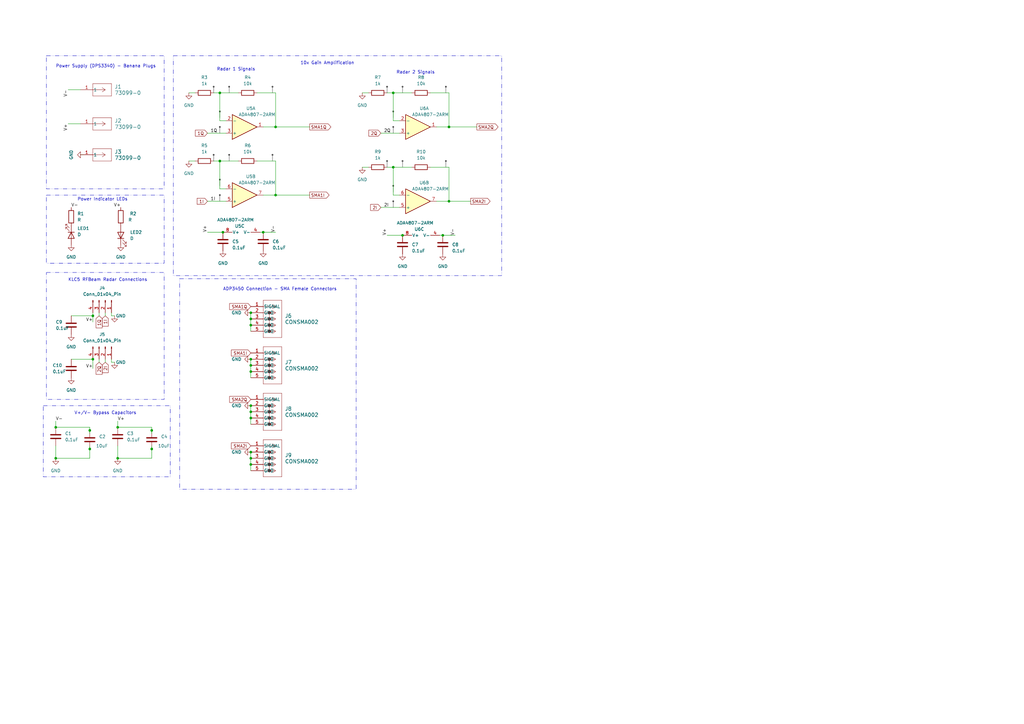
<source format=kicad_sch>
(kicad_sch (version 20230121) (generator eeschema)
  (paper "A3")
  (lib_symbols
    (symbol "73099-0:73099-0" (pin_names (offset 0.254))
      (property "Reference" "J" (at 8.89 6.35 0))
      (property "Value" "73099-0" (at 0 6.35 0))
      (symbol "73099-0_1_1"
        (polyline (pts (xy 5.08 -2.54) (xy 12.7 -2.54)) (stroke (width 0.127)))
        (polyline (pts (xy 5.08 2.54) (xy 5.08 -2.54)) (stroke (width 0.127)))
        (polyline (pts (xy 10.16 0) (xy 5.08 0)) (stroke (width 0.127)))
        (polyline (pts (xy 10.16 0) (xy 8.89 -0.8467)) (stroke (width 0.127)))
        (polyline (pts (xy 10.16 0) (xy 8.89 0.8467)) (stroke (width 0.127)))
        (polyline (pts (xy 12.7 -2.54) (xy 12.7 2.54)) (stroke (width 0.127)))
        (polyline (pts (xy 12.7 2.54) (xy 5.08 2.54)) (stroke (width 0.127)))
        (pin power_out line (at 0 0 0) (length 5.08) (name "1") (number "1"))
      )
      (symbol "73099-0_1_2"
        (polyline (pts (xy 5.08 -2.54) (xy 12.7 -2.54)) (stroke (width 0.127)))
        (polyline (pts (xy 5.08 2.54) (xy 5.08 -2.54)) (stroke (width 0.127)))
        (polyline (pts (xy 7.62 0) (xy 5.08 0)) (stroke (width 0.127)))
        (polyline (pts (xy 7.62 0) (xy 8.89 -0.8467)) (stroke (width 0.127)))
        (polyline (pts (xy 7.62 0) (xy 8.89 0.8467)) (stroke (width 0.127)))
        (polyline (pts (xy 12.7 -2.54) (xy 12.7 2.54)) (stroke (width 0.127)))
        (polyline (pts (xy 12.7 2.54) (xy 5.08 2.54)) (stroke (width 0.127)))
        (pin unspecified line (at 0 0 0) (length 5.08) (name "1") (number "1"))
      )
    )
    (symbol "Amplifier_Operational:ADA4807-2ARM" (pin_names (offset 0.127))
      (property "Reference" "U" (at 0 5.08 0))
      (property "Value" "ADA4807-2ARM" (at 0 -5.08 0))
      (symbol "ADA4807-2ARM_1_1"
        (polyline (pts (xy -5.08 5.08) (xy 5.08 0) (xy -5.08 -5.08) (xy -5.08 5.08)) (stroke (width 0.254)) (fill (type background)))
        (pin output line (at 7.62 0 180) (length 2.54) (name "~") (number "1"))
        (pin input line (at -7.62 -2.54 0) (length 2.54) (name "-") (number "2"))
        (pin input line (at -7.62 2.54 0) (length 2.54) (name "+") (number "3"))
      )
      (symbol "ADA4807-2ARM_2_1"
        (polyline (pts (xy -5.08 5.08) (xy 5.08 0) (xy -5.08 -5.08) (xy -5.08 5.08)) (stroke (width 0.254)) (fill (type background)))
        (pin input line (at -7.62 2.54 0) (length 2.54) (name "+") (number "5"))
        (pin input line (at -7.62 -2.54 0) (length 2.54) (name "-") (number "6"))
        (pin output line (at 7.62 0 180) (length 2.54) (name "~") (number "7"))
      )
      (symbol "ADA4807-2ARM_3_1"
        (pin power_in line (at -2.54 -7.62 90) (length 3.81) (name "V-") (number "4"))
        (pin power_in line (at -2.54 7.62 270) (length 3.81) (name "V+") (number "8"))
      )
    )
    (symbol "CONSMA002:CONSMA002" (pin_names (offset 0.254))
      (property "Reference" "J" (at 8.89 6.35 0))
      (property "Value" "CONSMA002" (at 0 5.08 0))
      (symbol "CONSMA002_1_1"
        (polyline (pts (xy 5.08 -12.7) (xy 12.7 -12.7)) (stroke (width 0.127)))
        (polyline (pts (xy 5.08 2.54) (xy 5.08 -12.7)) (stroke (width 0.127)))
        (polyline (pts (xy 7.62 -2.54) (xy 7.62 -10.16)) (stroke (width 0.127)))
        (polyline (pts (xy 10.16 -10.16) (xy 5.08 -10.16)) (stroke (width 0.127)))
        (polyline (pts (xy 10.16 -10.16) (xy 8.89 -11.0067)) (stroke (width 0.127)))
        (polyline (pts (xy 10.16 -10.16) (xy 8.89 -9.3133)) (stroke (width 0.127)))
        (polyline (pts (xy 10.16 -7.62) (xy 5.08 -7.62)) (stroke (width 0.127)))
        (polyline (pts (xy 10.16 -7.62) (xy 8.89 -8.4667)) (stroke (width 0.127)))
        (polyline (pts (xy 10.16 -7.62) (xy 8.89 -6.7733)) (stroke (width 0.127)))
        (polyline (pts (xy 10.16 -5.08) (xy 5.08 -5.08)) (stroke (width 0.127)))
        (polyline (pts (xy 10.16 -5.08) (xy 8.89 -5.9267)) (stroke (width 0.127)))
        (polyline (pts (xy 10.16 -5.08) (xy 8.89 -4.2333)) (stroke (width 0.127)))
        (polyline (pts (xy 10.16 -2.54) (xy 5.08 -2.54)) (stroke (width 0.127)))
        (polyline (pts (xy 10.16 -2.54) (xy 8.89 -3.3867)) (stroke (width 0.127)))
        (polyline (pts (xy 10.16 -2.54) (xy 8.89 -1.6933)) (stroke (width 0.127)))
        (polyline (pts (xy 10.16 0) (xy 5.08 0)) (stroke (width 0.127)))
        (polyline (pts (xy 10.16 0) (xy 8.89 -0.8467)) (stroke (width 0.127)))
        (polyline (pts (xy 10.16 0) (xy 8.89 0.8467)) (stroke (width 0.127)))
        (polyline (pts (xy 12.7 -12.7) (xy 12.7 2.54)) (stroke (width 0.127)))
        (polyline (pts (xy 12.7 2.54) (xy 5.08 2.54)) (stroke (width 0.127)))
        (circle (center 7.62 -10.16) (radius 0.127) (stroke (width 0.508)))
        (circle (center 7.62 -7.62) (radius 0.127) (stroke (width 0.508)))
        (circle (center 7.62 -5.08) (radius 0.127) (stroke (width 0.508)))
        (circle (center 7.62 -2.54) (radius 0.127) (stroke (width 0.508)))
        (pin input line (at 0 0 0) (length 5.08) (name "SIGNAL") (number "1"))
        (pin power_in line (at 0 -2.54 0) (length 5.08) (name "GND") (number "2"))
        (pin power_in line (at 0 -5.08 0) (length 5.08) (name "GND") (number "3"))
        (pin power_in line (at 0 -7.62 0) (length 5.08) (name "GND") (number "4"))
        (pin power_in line (at 0 -10.16 0) (length 5.08) (name "GND") (number "5"))
      )
      (symbol "CONSMA002_1_2"
        (polyline (pts (xy 5.08 -12.7) (xy 12.7 -12.7)) (stroke (width 0.127)))
        (polyline (pts (xy 5.08 2.54) (xy 5.08 -12.7)) (stroke (width 0.127)))
        (polyline (pts (xy 6.35 -2.54) (xy 6.35 -10.16)) (stroke (width 0.127)))
        (polyline (pts (xy 7.62 -10.16) (xy 5.08 -10.16)) (stroke (width 0.127)))
        (polyline (pts (xy 7.62 -10.16) (xy 8.89 -11.0067)) (stroke (width 0.127)))
        (polyline (pts (xy 7.62 -10.16) (xy 8.89 -9.3133)) (stroke (width 0.127)))
        (polyline (pts (xy 7.62 -7.62) (xy 5.08 -7.62)) (stroke (width 0.127)))
        (polyline (pts (xy 7.62 -7.62) (xy 8.89 -8.4667)) (stroke (width 0.127)))
        (polyline (pts (xy 7.62 -7.62) (xy 8.89 -6.7733)) (stroke (width 0.127)))
        (polyline (pts (xy 7.62 -5.08) (xy 5.08 -5.08)) (stroke (width 0.127)))
        (polyline (pts (xy 7.62 -5.08) (xy 8.89 -5.9267)) (stroke (width 0.127)))
        (polyline (pts (xy 7.62 -5.08) (xy 8.89 -4.2333)) (stroke (width 0.127)))
        (polyline (pts (xy 7.62 -2.54) (xy 5.08 -2.54)) (stroke (width 0.127)))
        (polyline (pts (xy 7.62 -2.54) (xy 8.89 -3.3867)) (stroke (width 0.127)))
        (polyline (pts (xy 7.62 -2.54) (xy 8.89 -1.6933)) (stroke (width 0.127)))
        (polyline (pts (xy 7.62 0) (xy 5.08 0)) (stroke (width 0.127)))
        (polyline (pts (xy 7.62 0) (xy 8.89 -0.8467)) (stroke (width 0.127)))
        (polyline (pts (xy 7.62 0) (xy 8.89 0.8467)) (stroke (width 0.127)))
        (polyline (pts (xy 12.7 -12.7) (xy 12.7 2.54)) (stroke (width 0.127)))
        (polyline (pts (xy 12.7 2.54) (xy 5.08 2.54)) (stroke (width 0.127)))
        (circle (center 6.35 -10.16) (radius 0.127) (stroke (width 0.508)))
        (circle (center 6.35 -7.62) (radius 0.127) (stroke (width 0.508)))
        (circle (center 6.35 -5.08) (radius 0.127) (stroke (width 0.508)))
        (circle (center 6.35 -2.54) (radius 0.127) (stroke (width 0.508)))
        (pin unspecified line (at 0 0 0) (length 5.08) (name "SIGNAL") (number "1"))
        (pin unspecified line (at 0 -2.54 0) (length 5.08) (name "GND") (number "2"))
        (pin unspecified line (at 0 -5.08 0) (length 5.08) (name "GND") (number "3"))
        (pin unspecified line (at 0 -7.62 0) (length 5.08) (name "GND") (number "4"))
        (pin unspecified line (at 0 -10.16 0) (length 5.08) (name "GND") (number "5"))
      )
    )
    (symbol "Connector:Conn_01x04_Pin" (pin_names (offset 1.016) hide)
      (property "Reference" "J" (at 0 5.08 0))
      (property "Value" "Conn_01x04_Pin" (at 0 -7.62 0))
      (symbol "Conn_01x04_Pin_1_1"
        (polyline (pts (xy 1.27 -5.08) (xy 0.8636 -5.08)) (stroke (width 0.1524)))
        (polyline (pts (xy 1.27 -2.54) (xy 0.8636 -2.54)) (stroke (width 0.1524)))
        (polyline (pts (xy 1.27 0) (xy 0.8636 0)) (stroke (width 0.1524)))
        (polyline (pts (xy 1.27 2.54) (xy 0.8636 2.54)) (stroke (width 0.1524)))
        (rectangle (start 0.8636 -4.953) (end 0 -5.207) (stroke (width 0.1524)) (fill (type outline)))
        (rectangle (start 0.8636 -2.413) (end 0 -2.667) (stroke (width 0.1524)) (fill (type outline)))
        (rectangle (start 0.8636 0.127) (end 0 -0.127) (stroke (width 0.1524)) (fill (type outline)))
        (rectangle (start 0.8636 2.667) (end 0 2.413) (stroke (width 0.1524)) (fill (type outline)))
        (pin passive line (at 5.08 2.54 180) (length 3.81) (name "Pin_1") (number "1"))
        (pin passive line (at 5.08 0 180) (length 3.81) (name "Pin_2") (number "2"))
        (pin passive line (at 5.08 -2.54 180) (length 3.81) (name "Pin_3") (number "3"))
        (pin passive line (at 5.08 -5.08 180) (length 3.81) (name "Pin_4") (number "4"))
      )
    )
    (symbol "Device:C" (pin_numbers hide) (pin_names (offset 0.254))
      (property "Reference" "C" (at 0.635 2.54 0))
      (property "Value" "C" (at 0.635 -2.54 0))
      (symbol "C_0_1"
        (polyline (pts (xy -2.032 -0.762) (xy 2.032 -0.762)) (stroke (width 0.508)))
        (polyline (pts (xy -2.032 0.762) (xy 2.032 0.762)) (stroke (width 0.508)))
      )
      (symbol "C_1_1"
        (pin passive line (at 0 3.81 270) (length 2.794) (name "~") (number "1"))
        (pin passive line (at 0 -3.81 90) (length 2.794) (name "~") (number "2"))
      )
    )
    (symbol "Device:LED" (pin_numbers hide) (pin_names (offset 1.016) hide)
      (property "Reference" "D" (at 0 2.54 0))
      (property "Value" "LED" (at 0 -2.54 0))
      (symbol "LED_0_1"
        (polyline (pts (xy -1.27 -1.27) (xy -1.27 1.27)) (stroke (width 0.254)))
        (polyline (pts (xy -1.27 0) (xy 1.27 0)))
        (polyline (pts (xy 1.27 -1.27) (xy 1.27 1.27) (xy -1.27 0) (xy 1.27 -1.27)) (stroke (width 0.254)))
        (polyline (pts (xy -3.048 -0.762) (xy -4.572 -2.286) (xy -3.81 -2.286) (xy -4.572 -2.286) (xy -4.572 -1.524)))
        (polyline (pts (xy -1.778 -0.762) (xy -3.302 -2.286) (xy -2.54 -2.286) (xy -3.302 -2.286) (xy -3.302 -1.524)))
      )
      (symbol "LED_1_1"
        (pin passive line (at -3.81 0 0) (length 2.54) (name "K") (number "1"))
        (pin passive line (at 3.81 0 180) (length 2.54) (name "A") (number "2"))
      )
    )
    (symbol "Device:R" (pin_numbers hide) (pin_names (offset 0))
      (property "Reference" "R" (at 2.032 0 90))
      (property "Value" "R" (at 0 0 90))
      (symbol "R_0_1"
        (rectangle (start -1.016 -2.54) (end 1.016 2.54) (stroke (width 0.254)))
      )
      (symbol "R_1_1"
        (pin passive line (at 0 3.81 270) (length 1.27) (name "~") (number "1"))
        (pin passive line (at 0 -3.81 90) (length 1.27) (name "~") (number "2"))
      )
    )
    (symbol "power:GND" (power) (pin_names (offset 0))
      (property "Value" "GND" (at 0 -3.81 0))
      (symbol "GND_0_1"
        (polyline (pts (xy 0 0) (xy 0 -1.27) (xy 1.27 -1.27) (xy 0 -2.54) (xy -1.27 -1.27) (xy 0 -1.27)))
      )
      (symbol "GND_1_1"
        (pin power_in line (at 0 0 270) (length 0) hide (name "GND") (number "1"))
      )
    )
  )
  (junction (at 90.17 38.1))
  (junction (at 161.29 38.1))
  (junction (at 107.95 95.25))
  (junction (at 113.03 52.07))
  (junction (at 38.1 129.54))
  (junction (at 102.87 187.96))
  (junction (at 90.17 66.04))
  (junction (at 36.83 176.53))
  (junction (at 102.87 149.86))
  (junction (at 184.15 82.55))
  (junction (at 102.87 168.91))
  (junction (at 102.87 171.45))
  (junction (at 102.87 147.32))
  (junction (at 102.87 133.35))
  (junction (at 102.87 166.37))
  (junction (at 113.03 80.01))
  (junction (at 102.87 190.5))
  (junction (at 91.44 95.25))
  (junction (at 62.23 176.53))
  (junction (at 38.1 147.32))
  (junction (at 102.87 152.4))
  (junction (at 36.83 184.15))
  (junction (at 102.87 185.42))
  (junction (at 102.87 128.27))
  (junction (at 102.87 130.81))
  (junction (at 22.86 187.96))
  (junction (at 165.1 96.52))
  (junction (at 184.15 52.07))
  (junction (at 48.26 175.26))
  (junction (at 181.61 96.52))
  (junction (at 48.26 187.96))
  (junction (at 161.29 68.58))
  (junction (at 22.86 175.26))
  (junction (at 62.23 184.15))
  (wire (pts (xy 102.87 133.35) (xy 102.87 135.89)))
  (wire (pts (xy 107.95 52.07) (xy 113.03 52.07)))
  (wire (pts (xy 38.1 147.32) (xy 38.1 151.13)))
  (wire (pts (xy 102.87 190.5) (xy 102.87 193.04)))
  (wire (pts (xy 184.15 38.1) (xy 184.15 52.07)))
  (wire (pts (xy 43.18 148.59) (xy 43.18 147.32)))
  (wire (pts (xy 34.29 63.5) (xy 33.02 63.5)))
  (wire (pts (xy 36.83 175.26) (xy 36.83 176.53)))
  (wire (pts (xy 22.86 187.96) (xy 22.86 182.88)))
  (wire (pts (xy 113.03 80.01) (xy 127 80.01)))
  (wire (pts (xy 158.75 96.52) (xy 165.1 96.52)))
  (wire (pts (xy 102.87 147.32) (xy 102.87 149.86)))
  (wire (pts (xy 107.95 80.01) (xy 113.03 80.01)))
  (wire (pts (xy 45.72 148.59) (xy 45.72 147.32)))
  (wire (pts (xy 48.26 187.96) (xy 48.26 182.88)))
  (wire (pts (xy 87.63 38.1) (xy 90.17 38.1)))
  (wire (pts (xy 106.68 95.25) (xy 107.95 95.25)))
  (wire (pts (xy 113.03 38.1) (xy 113.03 52.07)))
  (wire (pts (xy 90.17 38.1) (xy 90.17 49.53)))
  (wire (pts (xy 22.86 172.72) (xy 22.86 175.26)))
  (wire (pts (xy 161.29 38.1) (xy 161.29 49.53)))
  (wire (pts (xy 180.34 96.52) (xy 181.61 96.52)))
  (wire (pts (xy 45.72 129.54) (xy 45.72 128.27)))
  (wire (pts (xy 85.09 95.25) (xy 91.44 95.25)))
  (wire (pts (xy 36.83 176.53) (xy 36.83 177.8)))
  (wire (pts (xy 80.01 38.1) (xy 77.47 38.1)))
  (wire (pts (xy 62.23 184.15) (xy 62.23 187.96)))
  (wire (pts (xy 102.87 152.4) (xy 102.87 154.94)))
  (wire (pts (xy 36.83 184.15) (xy 36.83 187.96)))
  (wire (pts (xy 113.03 66.04) (xy 113.03 80.01)))
  (wire (pts (xy 156.21 54.61) (xy 163.83 54.61)))
  (wire (pts (xy 176.53 38.1) (xy 184.15 38.1)))
  (wire (pts (xy 105.41 38.1) (xy 113.03 38.1)))
  (wire (pts (xy 40.64 148.59) (xy 40.64 147.32)))
  (wire (pts (xy 102.87 168.91) (xy 102.87 171.45)))
  (wire (pts (xy 151.13 68.58) (xy 148.59 68.58)))
  (wire (pts (xy 102.87 185.42) (xy 102.87 187.96)))
  (wire (pts (xy 29.21 147.32) (xy 38.1 147.32)))
  (wire (pts (xy 151.13 38.1) (xy 148.59 38.1)))
  (wire (pts (xy 113.03 52.07) (xy 127 52.07)))
  (wire (pts (xy 48.26 172.72) (xy 48.26 175.26)))
  (wire (pts (xy 90.17 38.1) (xy 97.79 38.1)))
  (wire (pts (xy 179.07 82.55) (xy 184.15 82.55)))
  (wire (pts (xy 22.86 175.26) (xy 36.83 175.26)))
  (wire (pts (xy 33.02 50.8) (xy 27.94 50.8)))
  (wire (pts (xy 62.23 176.53) (xy 62.23 177.8)))
  (wire (pts (xy 62.23 182.88) (xy 62.23 184.15)))
  (wire (pts (xy 158.75 68.58) (xy 161.29 68.58)))
  (wire (pts (xy 102.87 149.86) (xy 102.87 152.4)))
  (wire (pts (xy 22.86 187.96) (xy 36.83 187.96)))
  (wire (pts (xy 102.87 171.45) (xy 102.87 173.99)))
  (wire (pts (xy 163.83 49.53) (xy 161.29 49.53)))
  (wire (pts (xy 102.87 128.27) (xy 102.87 130.81)))
  (wire (pts (xy 102.87 187.96) (xy 102.87 190.5)))
  (wire (pts (xy 38.1 129.54) (xy 38.1 132.08)))
  (wire (pts (xy 33.02 36.83) (xy 27.94 36.83)))
  (wire (pts (xy 156.21 85.09) (xy 163.83 85.09)))
  (wire (pts (xy 161.29 38.1) (xy 168.91 38.1)))
  (wire (pts (xy 46.99 148.59) (xy 45.72 148.59)))
  (wire (pts (xy 36.83 182.88) (xy 36.83 184.15)))
  (wire (pts (xy 102.87 130.81) (xy 102.87 133.35)))
  (wire (pts (xy 29.21 129.54) (xy 38.1 129.54)))
  (wire (pts (xy 161.29 68.58) (xy 168.91 68.58)))
  (wire (pts (xy 184.15 82.55) (xy 193.04 82.55)))
  (wire (pts (xy 62.23 175.26) (xy 62.23 176.53)))
  (wire (pts (xy 48.26 187.96) (xy 62.23 187.96)))
  (wire (pts (xy 158.75 38.1) (xy 161.29 38.1)))
  (wire (pts (xy 48.26 175.26) (xy 62.23 175.26)))
  (wire (pts (xy 85.09 82.55) (xy 92.71 82.55)))
  (wire (pts (xy 87.63 66.04) (xy 90.17 66.04)))
  (wire (pts (xy 181.61 96.52) (xy 186.69 96.52)))
  (wire (pts (xy 176.53 68.58) (xy 184.15 68.58)))
  (wire (pts (xy 85.09 54.61) (xy 92.71 54.61)))
  (wire (pts (xy 43.18 129.54) (xy 43.18 128.27)))
  (wire (pts (xy 80.01 66.04) (xy 77.47 66.04)))
  (wire (pts (xy 161.29 68.58) (xy 161.29 80.01)))
  (wire (pts (xy 102.87 166.37) (xy 102.87 168.91)))
  (wire (pts (xy 92.71 49.53) (xy 90.17 49.53)))
  (wire (pts (xy 92.71 77.47) (xy 90.17 77.47)))
  (wire (pts (xy 179.07 52.07) (xy 184.15 52.07)))
  (wire (pts (xy 105.41 66.04) (xy 113.03 66.04)))
  (wire (pts (xy 184.15 68.58) (xy 184.15 82.55)))
  (wire (pts (xy 46.99 129.54) (xy 45.72 129.54)))
  (wire (pts (xy 40.64 129.54) (xy 40.64 128.27)))
  (wire (pts (xy 107.95 95.25) (xy 113.03 95.25)))
  (wire (pts (xy 38.1 128.27) (xy 38.1 129.54)))
  (wire (pts (xy 184.15 52.07) (xy 195.58 52.07)))
  (wire (pts (xy 90.17 66.04) (xy 90.17 77.47)))
  (wire (pts (xy 163.83 80.01) (xy 161.29 80.01)))
  (wire (pts (xy 90.17 66.04) (xy 97.79 66.04)))
  (rectangle (start 19.05 22.86) (end 67.31 77.47) (stroke (width 0) (type dash_dot_dot)))
  (rectangle (start 73.66 114.3) (end 146.05 200.66) (stroke (width 0) (type dash_dot_dot)))
  (rectangle (start 71.12 22.86) (end 205.74 113.03) (stroke (width 0) (type dash_dot_dot)))
  (rectangle (start 17.78 166.37) (end 69.85 195.58) (stroke (width 0) (type dash_dot_dot)))
  (rectangle (start 19.05 80.01) (end 67.31 107.95) (stroke (width 0) (type dash_dot_dot)))
  (rectangle (start 19.05 111.76) (end 67.31 163.83) (stroke (width 0) (type dash_dot_dot)))
  (text "Power Supply (DPS3340) - Banana Plugs" (at 22.86 27.94 0) (effects (font (size 1.27 1.27)) (justify left bottom)))
  (text "Radar 2 Signals" (at 162.56 30.48 0) (effects (font (size 1.27 1.27)) (justify left bottom)))
  (text "ADP3450 Connection - SMA Female Connectors" (at 91.44 119.38 0) (effects (font (size 1.27 1.27)) (justify left bottom)))
  (text "Radar 1 Signals" (at 88.9 29.21 0) (effects (font (size 1.27 1.27)) (justify left bottom)))
  (text "Power Indicator LEDs" (at 31.75 82.55 0) (effects (font (size 1.27 1.27)) (justify left bottom)))
  (text "V+/V- Bypass Capacitors" (at 30.48 170.18 0) (effects (font (size 1.27 1.27)) (justify left bottom)))
  (text "10x Gain Amplification" (at 123.19 26.67 0) (effects (font (size 1.27 1.27)) (justify left bottom)))
  (text "KLC5 RFBeam Radar Connections" (at 27.94 115.57 0) (effects (font (size 1.27 1.27)) (justify left bottom)))
  (label "V+" (at 38.1 151.13 180))
  (label "V-" (at 22.86 172.72 0))
  (label "1I" (at 86.36 82.55 0))
  (label "1Q" (at 86.36 54.61 0))
  (label "V+" (at 49.53 85.09 180))
  (label "V-" (at 186.69 96.52 90))
  (label "V+" (at 27.94 50.8 270))
  (label "V+" (at 85.09 95.25 90))
  (label "V+" (at 48.26 172.72 0))
  (label "2Q" (at 157.48 54.61 0))
  (label "V-" (at 27.94 36.83 270))
  (label "V+" (at 158.75 96.52 90))
  (label "2I" (at 157.48 85.09 0))
  (label "V+" (at 38.1 132.08 180))
  (label "V-" (at 113.03 95.25 90))
  (label "V-" (at 29.21 85.09 0))
  (global_label "SMA1Q" (shape output) (at 127 52.07 0) (property "Intersheetrefs" "${INTERSHEET_REFS}" (effects hide)))
  (global_label "1I" (shape input) (at 85.09 82.55 180) (property "Intersheetrefs" "${INTERSHEET_REFS}" (effects hide)))
  (global_label "SMA2I" (shape input) (at 102.87 182.88 180) (property "Intersheetrefs" "${INTERSHEET_REFS}" (effects hide)))
  (global_label "SMA1I" (shape output) (at 127 80.01 0) (property "Intersheetrefs" "${INTERSHEET_REFS}" (effects hide)))
  (global_label "1Q" (shape input) (at 85.09 54.61 180) (property "Intersheetrefs" "${INTERSHEET_REFS}" (effects hide)))
  (global_label "SMA2Q" (shape output) (at 195.58 52.07 0) (property "Intersheetrefs" "${INTERSHEET_REFS}" (effects hide)))
  (global_label "2Q" (shape input) (at 156.21 54.61 180) (property "Intersheetrefs" "${INTERSHEET_REFS}" (effects hide)))
  (global_label "SMA1Q" (shape input) (at 102.87 125.73 180) (property "Intersheetrefs" "${INTERSHEET_REFS}" (effects hide)))
  (global_label "SMA2Q" (shape input) (at 102.87 163.83 180) (property "Intersheetrefs" "${INTERSHEET_REFS}" (effects hide)))
  (global_label "2Q" (shape input) (at 40.64 148.59 270) (property "Intersheetrefs" "${INTERSHEET_REFS}" (effects hide)))
  (global_label "2I" (shape input) (at 156.21 85.09 180) (property "Intersheetrefs" "${INTERSHEET_REFS}" (effects hide)))
  (global_label "1I" (shape input) (at 43.18 129.54 270) (property "Intersheetrefs" "${INTERSHEET_REFS}" (effects hide)))
  (global_label "SMA2I" (shape output) (at 193.04 82.55 0) (property "Intersheetrefs" "${INTERSHEET_REFS}" (effects hide)))
  (global_label "SMA1I" (shape input) (at 102.87 144.78 180) (property "Intersheetrefs" "${INTERSHEET_REFS}" (effects hide)))
  (global_label "2I" (shape input) (at 43.18 148.59 270) (property "Intersheetrefs" "${INTERSHEET_REFS}" (effects hide)))
  (global_label "1Q" (shape input) (at 40.64 129.54 270) (property "Intersheetrefs" "${INTERSHEET_REFS}" (effects hide)))
  (netclass_flag "" (length 2.54) (shape dot) (at 111.76 38.1 0) (property "Netclass" "signal" (effects hide)))
  (netclass_flag "" (length 2.54) (shape dot) (at 161.29 54.61 0) (property "Netclass" "signal" (effects hide)))
  (netclass_flag "" (length 2.54) (shape dot) (at 87.63 66.04 0) (property "Netclass" "signal" (effects hide)))
  (netclass_flag "" (length 2.54) (shape dot) (at 90.17 48.26 0) (property "Netclass" "signal" (effects hide)))
  (netclass_flag "" (length 2.54) (shape dot) (at 182.88 38.1 0) (property "Netclass" "signal" (effects hide)))
  (netclass_flag "" (length 2.54) (shape dot) (at 165.1 68.58 0) (property "Netclass" "signal" (effects hide)))
  (netclass_flag "" (length 2.54) (shape dot) (at 93.98 38.1 0) (property "Netclass" "signal" (effects hide)))
  (netclass_flag "" (length 2.54) (shape dot) (at 158.75 38.1 0) (property "Netclass" "signal" (effects hide)))
  (netclass_flag "" (length 2.54) (shape dot) (at 161.29 48.26 0) (property "Netclass" "signal" (effects hide)))
  (netclass_flag "" (length 2.54) (shape dot) (at 161.29 78.74 0) (property "Netclass" "signal" (effects hide)))
  (netclass_flag "" (length 2.54) (shape dot) (at 165.1 38.1 0) (property "Netclass" "signal" (effects hide)))
  (netclass_flag "" (length 2.54) (shape dot) (at 161.29 85.09 0) (property "Netclass" "signal" (effects hide)))
  (netclass_flag "" (length 2.54) (shape dot) (at 158.75 68.58 0) (property "Netclass" "signal" (effects hide)))
  (netclass_flag "" (length 2.54) (shape dot) (at 90.17 54.61 0) (property "Netclass" "signal" (effects hide)))
  (netclass_flag "" (length 2.54) (shape dot) (at 93.98 66.04 0) (property "Netclass" "signal" (effects hide)))
  (netclass_flag "" (length 2.54) (shape dot) (at 90.17 76.2 0) (property "Netclass" "signal" (effects hide)))
  (netclass_flag "" (length 2.54) (shape dot) (at 87.63 38.1 0) (property "Netclass" "signal" (effects hide)))
  (netclass_flag "" (length 2.54) (shape dot) (at 182.88 68.58 0) (property "Netclass" "signal" (effects hide)))
  (netclass_flag "" (length 2.54) (shape dot) (at 90.17 82.55 0) (property "Netclass" "signal" (effects hide)))
  (netclass_flag "" (length 2.54) (shape dot) (at 111.76 66.04 0) (property "Netclass" "signal" (effects hide)))
  (symbol (lib_id "power:GND") (at 29.21 137.16 0) (unit 1)
    (property "Reference" "#PWR012" (effects hide))
    (property "Value" "GND" (at 29.21 142.24 0))
  )
  (symbol (lib_id "CONSMA002:CONSMA002") (at 102.87 144.78 0) (unit 1)
    (property "Reference" "J7" (at 116.84 148.59 0) (effects (font (size 1.524 1.524)) (justify left)))
    (property "Value" "CONSMA002" (at 116.84 151.13 0) (effects (font (size 1.524 1.524)) (justify left)))
    (property "Footprint" "0731000115:COAX4GND_731000115_MOL" (effects hide))
    (property "Datasheet" "CONSMA002" (effects hide))
  )
  (symbol (lib_id "power:GND") (at 148.59 38.1 0) (unit 1)
    (property "Reference" "#PWR016" (effects hide))
    (property "Value" "GND" (at 148.59 43.18 0))
  )
  (symbol (lib_id "power:GND") (at 148.59 68.58 0) (unit 1)
    (property "Reference" "#PWR017" (effects hide))
    (property "Value" "GND" (at 148.59 73.66 0))
  )
  (symbol (lib_id "Device:C") (at 165.1 100.33 0) (unit 1)
    (property "Reference" "C7" (at 168.91 100.33 0) (effects (justify left)))
    (property "Value" "0.1uF" (at 168.91 102.87 0) (effects (justify left)))
    (property "Footprint" "Capacitor_SMD:C_0805_2012Metric_Pad1.18x1.45mm_HandSolder" (effects hide))
  )
  (symbol (lib_id "Device:LED") (at 49.53 96.52 90) (unit 1)
    (property "Reference" "LED2" (at 53.34 95.25 90) (effects (justify right)))
    (property "Value" "D" (at 53.34 97.79 90) (effects (justify right)))
    (property "Footprint" "Resistor_SMD:R_0805_2012Metric_Pad1.20x1.40mm_HandSolder" (effects hide))
  )
  (symbol (lib_id "Device:R") (at 83.82 66.04 90) (unit 1)
    (property "Reference" "R5" (at 83.82 59.69 90))
    (property "Value" "1k" (at 83.82 62.23 90))
    (property "Footprint" "Resistor_SMD:R_0805_2012Metric_Pad1.20x1.40mm_HandSolder" (effects hide))
  )
  (symbol (lib_id "power:GND") (at 29.21 100.33 0) (unit 1)
    (property "Reference" "#PWR02" (effects hide))
    (property "Value" "GND" (at 29.21 105.41 0))
  )
  (symbol (lib_id "Device:C") (at 91.44 99.06 0) (unit 1)
    (property "Reference" "C5" (at 95.25 99.06 0) (effects (justify left)))
    (property "Value" "0.1uF" (at 95.25 101.6 0) (effects (justify left)))
    (property "Footprint" "Capacitor_SMD:C_0805_2012Metric_Pad1.18x1.45mm_HandSolder" (effects hide))
  )
  (symbol (lib_id "power:GND") (at 102.87 166.37 270) (unit 1)
    (property "Reference" "#PWR022" (effects hide))
    (property "Value" "GND" (at 99.06 166.37 90) (effects (justify right)))
  )
  (symbol (lib_id "Device:R") (at 101.6 38.1 90) (unit 1)
    (property "Reference" "R4" (at 101.6 31.75 90))
    (property "Value" "10k" (at 101.6 34.29 90))
    (property "Footprint" "Resistor_SMD:R_0805_2012Metric_Pad1.20x1.40mm_HandSolder" (effects hide))
  )
  (symbol (lib_id "Device:R") (at 172.72 68.58 90) (unit 1)
    (property "Reference" "R10" (at 172.72 62.23 90))
    (property "Value" "10k" (at 172.72 64.77 90))
    (property "Footprint" "Resistor_SMD:R_0805_2012Metric_Pad1.20x1.40mm_HandSolder" (effects hide))
  )
  (symbol (lib_id "73099-0:73099-0") (at 33.02 36.83 0) (unit 1)
    (property "Reference" "J1" (at 46.99 35.56 0) (effects (font (size 1.524 1.524)) (justify left)))
    (property "Value" "73099-0" (at 46.99 38.1 0) (effects (font (size 1.524 1.524)) (justify left)))
    (property "Footprint" "73099:CONN_73099-0_POM" (effects hide))
    (property "Datasheet" "73099-0" (effects hide))
  )
  (symbol (lib_id "Amplifier_Operational:ADA4807-2ARM") (at 172.72 93.98 90) (unit 3)
    (property "Reference" "U6" (at 173.99 93.98 90) (effects (justify left)))
    (property "Value" "ADA4807-2ARM" (at 177.8 91.44 90) (effects (justify left)))
    (property "Footprint" "Package_SO:MSOP-8_3x3mm_P0.65mm" (effects hide))
    (property "Datasheet" "https://www.analog.com/media/en/technical-documentation/data-sheets/ADA4807-1_4807-2_4807-4.pdf" (effects hide))
  )
  (symbol (lib_id "Device:R") (at 29.21 88.9 180) (unit 1)
    (property "Reference" "R1" (at 31.75 87.63 0) (effects (justify right)))
    (property "Value" "R" (at 31.75 90.17 0) (effects (justify right)))
    (property "Footprint" "Resistor_SMD:R_0805_2012Metric_Pad1.20x1.40mm_HandSolder" (effects hide))
  )
  (symbol (lib_id "Device:C") (at 62.23 180.34 0) (unit 1)
    (property "Reference" "C4" (at 66.04 179.07 0) (effects (justify left)))
    (property "Value" "10uF" (at 64.77 182.88 0) (effects (justify left)))
    (property "Footprint" "Capacitor_SMD:C_0805_2012Metric_Pad1.18x1.45mm_HandSolder" (effects hide))
  )
  (symbol (lib_id "Device:R") (at 83.82 38.1 90) (unit 1)
    (property "Reference" "R3" (at 83.82 31.75 90))
    (property "Value" "1k" (at 83.82 34.29 90))
    (property "Footprint" "Resistor_SMD:R_0805_2012Metric_Pad1.20x1.40mm_HandSolder" (effects hide))
  )
  (symbol (lib_id "power:GND") (at 102.87 128.27 270) (unit 1)
    (property "Reference" "#PWR020" (effects hide))
    (property "Value" "GND" (at 99.06 128.27 90) (effects (justify right)))
  )
  (symbol (lib_id "Amplifier_Operational:ADA4807-2ARM") (at 99.06 92.71 90) (unit 3)
    (property "Reference" "U5" (at 100.33 92.71 90) (effects (justify left)))
    (property "Value" "ADA4807-2ARM" (at 104.14 90.17 90) (effects (justify left)))
    (property "Footprint" "Package_SO:MSOP-8_3x3mm_P0.65mm" (effects hide))
    (property "Datasheet" "https://www.analog.com/media/en/technical-documentation/data-sheets/ADA4807-1_4807-2_4807-4.pdf" (effects hide))
  )
  (symbol (lib_id "power:GND") (at 102.87 185.42 270) (unit 1)
    (property "Reference" "#PWR023" (effects hide))
    (property "Value" "GND" (at 99.06 185.42 90) (effects (justify right)))
  )
  (symbol (lib_id "Connector:Conn_01x04_Pin") (at 43.18 123.19 270) (unit 1)
    (property "Reference" "J4" (at 41.91 118.11 90))
    (property "Value" "Conn_01x04_Pin" (at 41.91 120.65 90))
    (property "Footprint" "Connector_PinHeader_2.54mm:PinHeader_1x04_P2.54mm_Horizontal" (effects hide))
  )
  (symbol (lib_id "power:GND") (at 91.44 102.87 0) (unit 1)
    (property "Reference" "#PWR010" (effects hide))
    (property "Value" "GND" (at 91.44 107.95 0))
  )
  (symbol (lib_id "Device:C") (at 181.61 100.33 0) (unit 1)
    (property "Reference" "C8" (at 185.42 100.33 0) (effects (justify left)))
    (property "Value" "0.1uF" (at 185.42 102.87 0) (effects (justify left)))
    (property "Footprint" "Capacitor_SMD:C_0805_2012Metric_Pad1.18x1.45mm_HandSolder" (effects hide))
  )
  (symbol (lib_id "CONSMA002:CONSMA002") (at 102.87 125.73 0) (unit 1)
    (property "Reference" "J6" (at 116.84 129.54 0) (effects (font (size 1.524 1.524)) (justify left)))
    (property "Value" "CONSMA002" (at 116.84 132.08 0) (effects (font (size 1.524 1.524)) (justify left)))
    (property "Footprint" "0731000115:COAX4GND_731000115_MOL" (effects hide))
    (property "Datasheet" "CONSMA002" (effects hide))
  )
  (symbol (lib_id "Device:R") (at 172.72 38.1 90) (unit 1)
    (property "Reference" "R8" (at 172.72 31.75 90))
    (property "Value" "10k" (at 172.72 34.29 90))
    (property "Footprint" "Resistor_SMD:R_0805_2012Metric_Pad1.20x1.40mm_HandSolder" (effects hide))
  )
  (symbol (lib_id "CONSMA002:CONSMA002") (at 102.87 182.88 0) (unit 1)
    (property "Reference" "J9" (at 116.84 186.69 0) (effects (font (size 1.524 1.524)) (justify left)))
    (property "Value" "CONSMA002" (at 116.84 189.23 0) (effects (font (size 1.524 1.524)) (justify left)))
    (property "Footprint" "0731000115:COAX4GND_731000115_MOL" (effects hide))
    (property "Datasheet" "CONSMA002" (effects hide))
  )
  (symbol (lib_id "Device:R") (at 49.53 88.9 0) (unit 1)
    (property "Reference" "R2" (at 54.61 87.63 0))
    (property "Value" "R" (at 53.34 90.17 0))
    (property "Footprint" "Resistor_SMD:R_0805_2012Metric_Pad1.20x1.40mm_HandSolder" (effects hide))
  )
  (symbol (lib_id "73099-0:73099-0") (at 33.02 63.5 0) (unit 1)
    (property "Reference" "J3" (at 46.99 62.23 0) (effects (font (size 1.524 1.524)) (justify left)))
    (property "Value" "73099-0" (at 46.99 64.77 0) (effects (font (size 1.524 1.524)) (justify left)))
    (property "Footprint" "73099:CONN_73099-0_POM" (effects hide))
    (property "Datasheet" "73099-0" (effects hide))
  )
  (symbol (lib_id "power:GND") (at 46.99 129.54 0) (unit 1)
    (property "Reference" "#PWR04" (effects hide))
    (property "Value" "GND" (at 49.53 129.54 0))
  )
  (symbol (lib_id "Device:C") (at 36.83 180.34 0) (unit 1)
    (property "Reference" "C2" (at 40.64 179.07 0) (effects (justify left)))
    (property "Value" "10uF" (at 39.37 182.88 0) (effects (justify left)))
    (property "Footprint" "Capacitor_SMD:C_0805_2012Metric_Pad1.18x1.45mm_HandSolder" (effects hide))
  )
  (symbol (lib_id "Device:C") (at 29.21 133.35 0) (unit 1)
    (property "Reference" "C9" (at 22.86 132.08 0) (effects (justify left)))
    (property "Value" "0.1uF" (at 22.86 134.62 0) (effects (justify left)))
    (property "Footprint" "Capacitor_SMD:C_0805_2012Metric_Pad1.18x1.45mm_HandSolder" (effects hide))
  )
  (symbol (lib_id "Amplifier_Operational:ADA4807-2ARM") (at 171.45 82.55 0) (mirror x) (unit 2)
    (property "Reference" "U6" (at 173.99 74.93 0))
    (property "Value" "ADA4807-2ARM" (at 176.53 77.47 0))
    (property "Footprint" "Package_SO:MSOP-8_3x3mm_P0.65mm" (effects hide))
    (property "Datasheet" "https://www.analog.com/media/en/technical-documentation/data-sheets/ADA4807-1_4807-2_4807-4.pdf" (effects hide))
  )
  (symbol (lib_id "Connector:Conn_01x04_Pin") (at 43.18 142.24 270) (unit 1)
    (property "Reference" "J5" (at 41.91 137.16 90))
    (property "Value" "Conn_01x04_Pin" (at 41.91 139.7 90))
    (property "Footprint" "Connector_PinHeader_2.54mm:PinHeader_1x04_P2.54mm_Horizontal" (effects hide))
  )
  (symbol (lib_id "73099-0:73099-0") (at 33.02 50.8 0) (unit 1)
    (property "Reference" "J2" (at 46.99 49.53 0) (effects (font (size 1.524 1.524)) (justify left)))
    (property "Value" "73099-0" (at 46.99 52.07 0) (effects (font (size 1.524 1.524)) (justify left)))
    (property "Footprint" "73099:CONN_73099-0_POM" (effects hide))
    (property "Datasheet" "73099-0" (effects hide))
  )
  (symbol (lib_id "Amplifier_Operational:ADA4807-2ARM") (at 100.33 80.01 0) (mirror x) (unit 2)
    (property "Reference" "U5" (at 102.87 72.39 0))
    (property "Value" "ADA4807-2ARM" (at 105.41 74.93 0))
    (property "Footprint" "Package_SO:MSOP-8_3x3mm_P0.65mm" (effects hide))
    (property "Datasheet" "https://www.analog.com/media/en/technical-documentation/data-sheets/ADA4807-1_4807-2_4807-4.pdf" (effects hide))
  )
  (symbol (lib_id "power:GND") (at 22.86 187.96 0) (unit 1)
    (property "Reference" "#PWR01" (effects hide))
    (property "Value" "GND" (at 22.86 193.04 0))
  )
  (symbol (lib_id "Device:C") (at 29.21 151.13 0) (unit 1)
    (property "Reference" "C10" (at 21.59 149.86 0) (effects (justify left)))
    (property "Value" "0.1uF" (at 21.59 152.4 0) (effects (justify left)))
    (property "Footprint" "Capacitor_SMD:C_0805_2012Metric_Pad1.18x1.45mm_HandSolder" (effects hide))
  )
  (symbol (lib_id "power:GND") (at 77.47 38.1 0) (unit 1)
    (property "Reference" "#PWR08" (effects hide))
    (property "Value" "GND" (at 77.47 43.18 0))
  )
  (symbol (lib_id "Device:C") (at 107.95 99.06 0) (unit 1)
    (property "Reference" "C6" (at 111.76 99.06 0) (effects (justify left)))
    (property "Value" "0.1uF" (at 111.76 101.6 0) (effects (justify left)))
    (property "Footprint" "Capacitor_SMD:C_0805_2012Metric_Pad1.18x1.45mm_HandSolder" (effects hide))
  )
  (symbol (lib_id "power:GND") (at 34.29 63.5 270) (unit 1)
    (property "Reference" "#PWR03" (effects hide))
    (property "Value" "GND" (at 29.21 63.5 0))
  )
  (symbol (lib_id "power:GND") (at 46.99 148.59 0) (unit 1)
    (property "Reference" "#PWR05" (effects hide))
    (property "Value" "GND" (at 49.53 148.59 0))
  )
  (symbol (lib_id "power:GND") (at 107.95 102.87 0) (unit 1)
    (property "Reference" "#PWR011" (effects hide))
    (property "Value" "GND" (at 107.95 107.95 0))
  )
  (symbol (lib_id "Amplifier_Operational:ADA4807-2ARM") (at 100.33 52.07 0) (mirror x) (unit 1)
    (property "Reference" "U5" (at 102.87 44.45 0))
    (property "Value" "ADA4807-2ARM" (at 105.41 46.99 0))
    (property "Footprint" "Package_SO:MSOP-8_3x3mm_P0.65mm" (effects hide))
    (property "Datasheet" "https://www.analog.com/media/en/technical-documentation/data-sheets/ADA4807-1_4807-2_4807-4.pdf" (effects hide))
  )
  (symbol (lib_id "Amplifier_Operational:ADA4807-2ARM") (at 171.45 52.07 0) (mirror x) (unit 1)
    (property "Reference" "U6" (at 173.99 44.45 0))
    (property "Value" "ADA4807-2ARM" (at 176.53 46.99 0))
    (property "Footprint" "Package_SO:MSOP-8_3x3mm_P0.65mm" (effects hide))
    (property "Datasheet" "https://www.analog.com/media/en/technical-documentation/data-sheets/ADA4807-1_4807-2_4807-4.pdf" (effects hide))
  )
  (symbol (lib_id "Device:C") (at 22.86 179.07 0) (unit 1)
    (property "Reference" "C1" (at 26.67 177.8 0) (effects (justify left)))
    (property "Value" "0.1uF" (at 26.67 180.34 0) (effects (justify left)))
    (property "Footprint" "Capacitor_SMD:C_0805_2012Metric_Pad1.18x1.45mm_HandSolder" (effects hide))
  )
  (symbol (lib_id "CONSMA002:CONSMA002") (at 102.87 163.83 0) (unit 1)
    (property "Reference" "J8" (at 116.84 167.64 0) (effects (font (size 1.524 1.524)) (justify left)))
    (property "Value" "CONSMA002" (at 116.84 170.18 0) (effects (font (size 1.524 1.524)) (justify left)))
    (property "Footprint" "0731000115:COAX4GND_731000115_MOL" (effects hide))
    (property "Datasheet" "CONSMA002" (effects hide))
  )
  (symbol (lib_id "Device:R") (at 154.94 68.58 90) (unit 1)
    (property "Reference" "R9" (at 154.94 62.23 90))
    (property "Value" "1k" (at 154.94 64.77 90))
    (property "Footprint" "Resistor_SMD:R_0805_2012Metric_Pad1.20x1.40mm_HandSolder" (effects hide))
  )
  (symbol (lib_id "Device:R") (at 154.94 38.1 90) (unit 1)
    (property "Reference" "R7" (at 154.94 31.75 90))
    (property "Value" "1k" (at 154.94 34.29 90))
    (property "Footprint" "Resistor_SMD:R_0805_2012Metric_Pad1.20x1.40mm_HandSolder" (effects hide))
  )
  (symbol (lib_id "Device:R") (at 101.6 66.04 90) (unit 1)
    (property "Reference" "R6" (at 101.6 59.69 90))
    (property "Value" "10k" (at 101.6 62.23 90))
    (property "Footprint" "Resistor_SMD:R_0805_2012Metric_Pad1.20x1.40mm_HandSolder" (effects hide))
  )
  (symbol (lib_id "power:GND") (at 102.87 147.32 270) (unit 1)
    (property "Reference" "#PWR021" (effects hide))
    (property "Value" "GND" (at 99.06 147.32 90) (effects (justify right)))
  )
  (symbol (lib_id "power:GND") (at 181.61 104.14 0) (unit 1)
    (property "Reference" "#PWR019" (effects hide))
    (property "Value" "GND" (at 181.61 109.22 0))
  )
  (symbol (lib_id "Device:LED") (at 29.21 96.52 270) (unit 1)
    (property "Reference" "LED1" (at 31.75 93.6625 90) (effects (justify left)))
    (property "Value" "D" (at 31.75 96.2025 90) (effects (justify left)))
    (property "Footprint" "Resistor_SMD:R_0805_2012Metric_Pad1.20x1.40mm_HandSolder" (effects hide))
    (property "Sim.Device" "D" (effects hide))
    (property "Sim.Pins" "1=K 2=A" (effects hide))
  )
  (symbol (lib_id "Device:C") (at 48.26 179.07 0) (unit 1)
    (property "Reference" "C3" (at 52.07 177.8 0) (effects (justify left)))
    (property "Value" "0.1uF" (at 52.07 180.34 0) (effects (justify left)))
    (property "Footprint" "Capacitor_SMD:C_0805_2012Metric_Pad1.18x1.45mm_HandSolder" (effects hide))
  )
  (symbol (lib_id "power:GND") (at 29.21 154.94 0) (unit 1)
    (property "Reference" "#PWR013" (effects hide))
    (property "Value" "GND" (at 29.21 160.02 0))
  )
  (symbol (lib_id "power:GND") (at 77.47 66.04 0) (unit 1)
    (property "Reference" "#PWR09" (effects hide))
    (property "Value" "GND" (at 77.47 71.12 0))
  )
  (symbol (lib_id "power:GND") (at 49.53 100.33 0) (unit 1)
    (property "Reference" "#PWR06" (effects hide))
    (property "Value" "GND" (at 49.53 105.41 0))
  )
  (symbol (lib_id "power:GND") (at 48.26 187.96 0) (unit 1)
    (property "Reference" "#PWR07" (effects hide))
    (property "Value" "GND" (at 48.26 193.04 0))
  )
  (symbol (lib_id "power:GND") (at 165.1 104.14 0) (unit 1)
    (property "Reference" "#PWR018" (effects hide))
    (property "Value" "GND" (at 165.1 109.22 0))
  )
)
</source>
